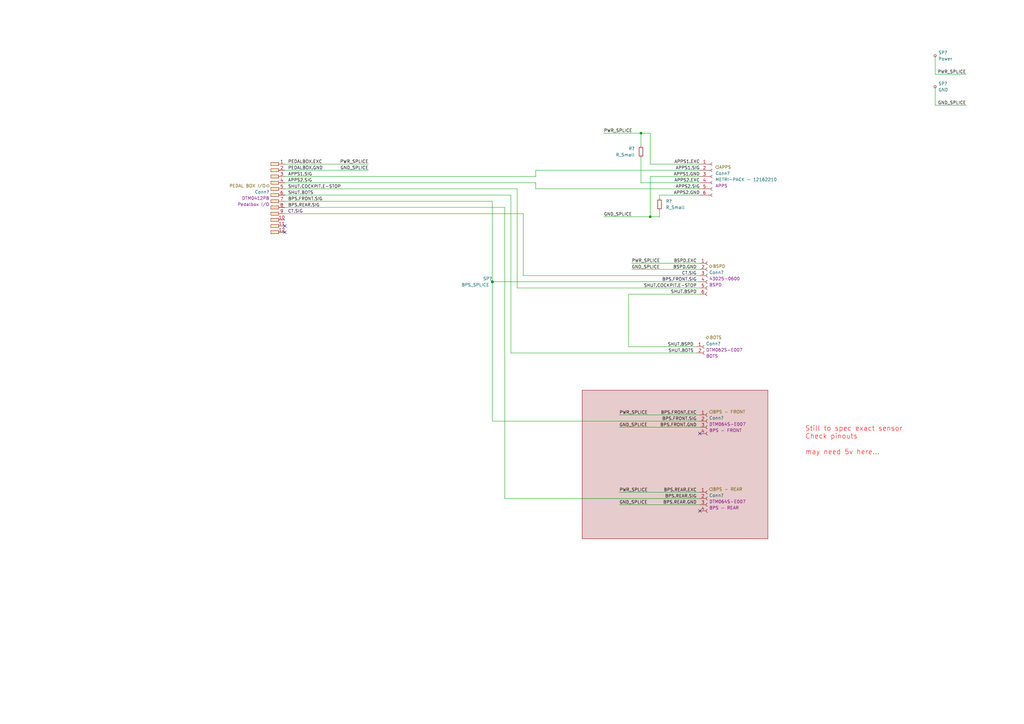
<source format=kicad_sch>
(kicad_sch
	(version 20231120)
	(generator "eeschema")
	(generator_version "8.0")
	(uuid "ad0a53ab-4232-490e-a8a7-aeb67cec1c32")
	(paper "A3")
	(title_block
		(title "LOOM - PEDAL BOX")
	)
	(lib_symbols
		(symbol "Connector:Conn_01x06_Socket"
			(pin_names
				(offset 1.016) hide)
			(exclude_from_sim no)
			(in_bom yes)
			(on_board yes)
			(property "Reference" "J"
				(at 0 7.62 0)
				(effects
					(font
						(size 1.27 1.27)
					)
				)
			)
			(property "Value" "Conn_01x06_Socket"
				(at 0 -10.16 0)
				(effects
					(font
						(size 1.27 1.27)
					)
				)
			)
			(property "Footprint" ""
				(at 0 0 0)
				(effects
					(font
						(size 1.27 1.27)
					)
					(hide yes)
				)
			)
			(property "Datasheet" "~"
				(at 0 0 0)
				(effects
					(font
						(size 1.27 1.27)
					)
					(hide yes)
				)
			)
			(property "Description" "Generic connector, single row, 01x06, script generated"
				(at 0 0 0)
				(effects
					(font
						(size 1.27 1.27)
					)
					(hide yes)
				)
			)
			(property "ki_locked" ""
				(at 0 0 0)
				(effects
					(font
						(size 1.27 1.27)
					)
				)
			)
			(property "ki_keywords" "connector"
				(at 0 0 0)
				(effects
					(font
						(size 1.27 1.27)
					)
					(hide yes)
				)
			)
			(property "ki_fp_filters" "Connector*:*_1x??_*"
				(at 0 0 0)
				(effects
					(font
						(size 1.27 1.27)
					)
					(hide yes)
				)
			)
			(symbol "Conn_01x06_Socket_1_1"
				(arc
					(start 0 -7.112)
					(mid -0.5058 -7.62)
					(end 0 -8.128)
					(stroke
						(width 0.1524)
						(type default)
					)
					(fill
						(type none)
					)
				)
				(arc
					(start 0 -4.572)
					(mid -0.5058 -5.08)
					(end 0 -5.588)
					(stroke
						(width 0.1524)
						(type default)
					)
					(fill
						(type none)
					)
				)
				(arc
					(start 0 -2.032)
					(mid -0.5058 -2.54)
					(end 0 -3.048)
					(stroke
						(width 0.1524)
						(type default)
					)
					(fill
						(type none)
					)
				)
				(polyline
					(pts
						(xy -1.27 -7.62) (xy -0.508 -7.62)
					)
					(stroke
						(width 0.1524)
						(type default)
					)
					(fill
						(type none)
					)
				)
				(polyline
					(pts
						(xy -1.27 -5.08) (xy -0.508 -5.08)
					)
					(stroke
						(width 0.1524)
						(type default)
					)
					(fill
						(type none)
					)
				)
				(polyline
					(pts
						(xy -1.27 -2.54) (xy -0.508 -2.54)
					)
					(stroke
						(width 0.1524)
						(type default)
					)
					(fill
						(type none)
					)
				)
				(polyline
					(pts
						(xy -1.27 0) (xy -0.508 0)
					)
					(stroke
						(width 0.1524)
						(type default)
					)
					(fill
						(type none)
					)
				)
				(polyline
					(pts
						(xy -1.27 2.54) (xy -0.508 2.54)
					)
					(stroke
						(width 0.1524)
						(type default)
					)
					(fill
						(type none)
					)
				)
				(polyline
					(pts
						(xy -1.27 5.08) (xy -0.508 5.08)
					)
					(stroke
						(width 0.1524)
						(type default)
					)
					(fill
						(type none)
					)
				)
				(arc
					(start 0 0.508)
					(mid -0.5058 0)
					(end 0 -0.508)
					(stroke
						(width 0.1524)
						(type default)
					)
					(fill
						(type none)
					)
				)
				(arc
					(start 0 3.048)
					(mid -0.5058 2.54)
					(end 0 2.032)
					(stroke
						(width 0.1524)
						(type default)
					)
					(fill
						(type none)
					)
				)
				(arc
					(start 0 5.588)
					(mid -0.5058 5.08)
					(end 0 4.572)
					(stroke
						(width 0.1524)
						(type default)
					)
					(fill
						(type none)
					)
				)
				(pin passive line
					(at -5.08 5.08 0)
					(length 3.81)
					(name "Pin_1"
						(effects
							(font
								(size 1.27 1.27)
							)
						)
					)
					(number "1"
						(effects
							(font
								(size 1.27 1.27)
							)
						)
					)
				)
				(pin passive line
					(at -5.08 2.54 0)
					(length 3.81)
					(name "Pin_2"
						(effects
							(font
								(size 1.27 1.27)
							)
						)
					)
					(number "2"
						(effects
							(font
								(size 1.27 1.27)
							)
						)
					)
				)
				(pin passive line
					(at -5.08 0 0)
					(length 3.81)
					(name "Pin_3"
						(effects
							(font
								(size 1.27 1.27)
							)
						)
					)
					(number "3"
						(effects
							(font
								(size 1.27 1.27)
							)
						)
					)
				)
				(pin passive line
					(at -5.08 -2.54 0)
					(length 3.81)
					(name "Pin_4"
						(effects
							(font
								(size 1.27 1.27)
							)
						)
					)
					(number "4"
						(effects
							(font
								(size 1.27 1.27)
							)
						)
					)
				)
				(pin passive line
					(at -5.08 -5.08 0)
					(length 3.81)
					(name "Pin_5"
						(effects
							(font
								(size 1.27 1.27)
							)
						)
					)
					(number "5"
						(effects
							(font
								(size 1.27 1.27)
							)
						)
					)
				)
				(pin passive line
					(at -5.08 -7.62 0)
					(length 3.81)
					(name "Pin_6"
						(effects
							(font
								(size 1.27 1.27)
							)
						)
					)
					(number "6"
						(effects
							(font
								(size 1.27 1.27)
							)
						)
					)
				)
			)
		)
		(symbol "Connector:TestPoint_Small"
			(pin_numbers hide)
			(pin_names
				(offset 0.762) hide)
			(exclude_from_sim no)
			(in_bom yes)
			(on_board yes)
			(property "Reference" "TP"
				(at 0 3.81 0)
				(effects
					(font
						(size 1.27 1.27)
					)
				)
			)
			(property "Value" "TestPoint_Small"
				(at 0 2.032 0)
				(effects
					(font
						(size 1.27 1.27)
					)
				)
			)
			(property "Footprint" ""
				(at 5.08 0 0)
				(effects
					(font
						(size 1.27 1.27)
					)
					(hide yes)
				)
			)
			(property "Datasheet" "~"
				(at 5.08 0 0)
				(effects
					(font
						(size 1.27 1.27)
					)
					(hide yes)
				)
			)
			(property "Description" "test point"
				(at 0 0 0)
				(effects
					(font
						(size 1.27 1.27)
					)
					(hide yes)
				)
			)
			(property "ki_keywords" "test point tp"
				(at 0 0 0)
				(effects
					(font
						(size 1.27 1.27)
					)
					(hide yes)
				)
			)
			(property "ki_fp_filters" "Pin* Test*"
				(at 0 0 0)
				(effects
					(font
						(size 1.27 1.27)
					)
					(hide yes)
				)
			)
			(symbol "TestPoint_Small_0_1"
				(circle
					(center 0 0)
					(radius 0.508)
					(stroke
						(width 0)
						(type default)
					)
					(fill
						(type none)
					)
				)
			)
			(symbol "TestPoint_Small_1_1"
				(pin passive line
					(at 0 0 90)
					(length 0)
					(name "1"
						(effects
							(font
								(size 1.27 1.27)
							)
						)
					)
					(number "1"
						(effects
							(font
								(size 1.27 1.27)
							)
						)
					)
				)
			)
		)
		(symbol "Connectors_SUFST:Deutsch_DTM_12P_Pin"
			(exclude_from_sim no)
			(in_bom yes)
			(on_board yes)
			(property "Reference" "Conn"
				(at 0 -1.905 0)
				(effects
					(font
						(size 1.27 1.27)
					)
				)
			)
			(property "Value" "Deutsch_DTM_12P_Pin"
				(at 0 0 0)
				(effects
					(font
						(size 1.27 1.27)
					)
					(hide yes)
				)
			)
			(property "Footprint" ""
				(at 0 0 0)
				(effects
					(font
						(size 1.27 1.27)
					)
					(hide yes)
				)
			)
			(property "Datasheet" ""
				(at 0 0 0)
				(effects
					(font
						(size 1.27 1.27)
					)
					(hide yes)
				)
			)
			(property "Description" ""
				(at 0 0 0)
				(effects
					(font
						(size 1.27 1.27)
					)
					(hide yes)
				)
			)
			(property "P/N" "DTM0412PB"
				(at 0 0 0)
				(effects
					(font
						(size 1.27 1.27)
					)
				)
			)
			(symbol "Deutsch_DTM_12P_Pin_0_1"
				(polyline
					(pts
						(xy -0.635 -29.845) (xy 1.905 -29.845)
					)
					(stroke
						(width 0)
						(type default)
					)
					(fill
						(type none)
					)
				)
				(polyline
					(pts
						(xy -0.635 -24.765) (xy 1.905 -24.765)
					)
					(stroke
						(width 0)
						(type default)
					)
					(fill
						(type none)
					)
				)
				(polyline
					(pts
						(xy -0.635 -19.685) (xy 1.905 -19.685)
					)
					(stroke
						(width 0)
						(type default)
					)
					(fill
						(type none)
					)
				)
				(polyline
					(pts
						(xy -0.635 -14.605) (xy 1.905 -14.605)
					)
					(stroke
						(width 0)
						(type default)
					)
					(fill
						(type none)
					)
				)
				(polyline
					(pts
						(xy -0.635 -9.525) (xy 1.905 -9.525)
					)
					(stroke
						(width 0)
						(type default)
					)
					(fill
						(type none)
					)
				)
				(polyline
					(pts
						(xy -0.635 -4.445) (xy 1.905 -4.445)
					)
					(stroke
						(width 0)
						(type default)
					)
					(fill
						(type none)
					)
				)
			)
			(symbol "Deutsch_DTM_12P_Pin_1_1"
				(rectangle
					(start -3.81 -31.75)
					(end -0.635 -33.02)
					(stroke
						(width 0)
						(type default)
					)
					(fill
						(type color)
						(color 255 229 191 1)
					)
				)
				(rectangle
					(start -3.81 -29.21)
					(end -0.635 -30.48)
					(stroke
						(width 0)
						(type default)
					)
					(fill
						(type color)
						(color 255 229 191 1)
					)
				)
				(rectangle
					(start -3.81 -26.67)
					(end -0.635 -27.94)
					(stroke
						(width 0)
						(type default)
					)
					(fill
						(type color)
						(color 255 229 191 1)
					)
				)
				(rectangle
					(start -3.81 -24.13)
					(end -0.635 -25.4)
					(stroke
						(width 0)
						(type default)
					)
					(fill
						(type color)
						(color 255 229 191 1)
					)
				)
				(rectangle
					(start -3.81 -21.59)
					(end -0.635 -22.86)
					(stroke
						(width 0)
						(type default)
					)
					(fill
						(type color)
						(color 255 229 191 1)
					)
				)
				(rectangle
					(start -3.81 -19.05)
					(end -0.635 -20.32)
					(stroke
						(width 0)
						(type default)
					)
					(fill
						(type color)
						(color 255 229 191 1)
					)
				)
				(rectangle
					(start -3.81 -16.51)
					(end -0.635 -17.78)
					(stroke
						(width 0)
						(type default)
					)
					(fill
						(type color)
						(color 255 229 191 1)
					)
				)
				(rectangle
					(start -3.81 -13.97)
					(end -0.635 -15.24)
					(stroke
						(width 0)
						(type default)
					)
					(fill
						(type color)
						(color 255 229 191 1)
					)
				)
				(rectangle
					(start -3.81 -11.43)
					(end -0.635 -12.7)
					(stroke
						(width 0)
						(type default)
					)
					(fill
						(type color)
						(color 255 229 191 1)
					)
				)
				(rectangle
					(start -3.81 -8.89)
					(end -0.635 -10.16)
					(stroke
						(width 0)
						(type default)
					)
					(fill
						(type color)
						(color 255 229 191 1)
					)
				)
				(rectangle
					(start -3.81 -6.35)
					(end -0.635 -7.62)
					(stroke
						(width 0)
						(type default)
					)
					(fill
						(type color)
						(color 255 229 191 1)
					)
				)
				(rectangle
					(start -3.81 -3.81)
					(end -0.635 -5.08)
					(stroke
						(width 0)
						(type default)
					)
					(fill
						(type color)
						(color 255 229 191 1)
					)
				)
				(pin input line
					(at 1.905 -32.385 180)
					(length 2.54)
					(name ""
						(effects
							(font
								(size 1.27 1.27)
							)
						)
					)
					(number "1"
						(effects
							(font
								(size 1.27 1.27)
							)
						)
					)
				)
				(pin input line
					(at 1.905 -9.525 180)
					(length 2.54)
					(name ""
						(effects
							(font
								(size 1.27 1.27)
							)
						)
					)
					(number "10"
						(effects
							(font
								(size 1.27 1.27)
							)
						)
					)
				)
				(pin input line
					(at 1.905 -6.985 180)
					(length 2.54)
					(name ""
						(effects
							(font
								(size 1.27 1.27)
							)
						)
					)
					(number "11"
						(effects
							(font
								(size 1.27 1.27)
							)
						)
					)
				)
				(pin input line
					(at 1.905 -4.445 180)
					(length 2.54)
					(name ""
						(effects
							(font
								(size 1.27 1.27)
							)
						)
					)
					(number "12"
						(effects
							(font
								(size 1.27 1.27)
							)
						)
					)
				)
				(pin input line
					(at 1.905 -29.845 180)
					(length 2.54)
					(name ""
						(effects
							(font
								(size 1.27 1.27)
							)
						)
					)
					(number "2"
						(effects
							(font
								(size 1.27 1.27)
							)
						)
					)
				)
				(pin input line
					(at 1.905 -27.305 180)
					(length 2.54)
					(name ""
						(effects
							(font
								(size 1.27 1.27)
							)
						)
					)
					(number "3"
						(effects
							(font
								(size 1.27 1.27)
							)
						)
					)
				)
				(pin input line
					(at 1.905 -24.765 180)
					(length 2.54)
					(name ""
						(effects
							(font
								(size 1.27 1.27)
							)
						)
					)
					(number "4"
						(effects
							(font
								(size 1.27 1.27)
							)
						)
					)
				)
				(pin input line
					(at 1.905 -22.225 180)
					(length 2.54)
					(name ""
						(effects
							(font
								(size 1.27 1.27)
							)
						)
					)
					(number "5"
						(effects
							(font
								(size 1.27 1.27)
							)
						)
					)
				)
				(pin input line
					(at 1.905 -19.685 180)
					(length 2.54)
					(name ""
						(effects
							(font
								(size 1.27 1.27)
							)
						)
					)
					(number "6"
						(effects
							(font
								(size 1.27 1.27)
							)
						)
					)
				)
				(pin input line
					(at 1.905 -17.145 180)
					(length 2.54)
					(name ""
						(effects
							(font
								(size 1.27 1.27)
							)
						)
					)
					(number "7"
						(effects
							(font
								(size 1.27 1.27)
							)
						)
					)
				)
				(pin input line
					(at 1.905 -14.605 180)
					(length 2.54)
					(name ""
						(effects
							(font
								(size 1.27 1.27)
							)
						)
					)
					(number "8"
						(effects
							(font
								(size 1.27 1.27)
							)
						)
					)
				)
				(pin input line
					(at 1.905 -12.065 180)
					(length 2.54)
					(name ""
						(effects
							(font
								(size 1.27 1.27)
							)
						)
					)
					(number "9"
						(effects
							(font
								(size 1.27 1.27)
							)
						)
					)
				)
			)
		)
		(symbol "Connectors_SUFST:Deutsch_DTM_2S_Pin"
			(exclude_from_sim no)
			(in_bom yes)
			(on_board yes)
			(property "Reference" "Conn"
				(at 0 0.635 0)
				(effects
					(font
						(size 1.27 1.27)
					)
				)
			)
			(property "Value" "Deutsch_DTM_2S_Pin"
				(at 0 2.54 0)
				(effects
					(font
						(size 1.27 1.27)
					)
					(hide yes)
				)
			)
			(property "Footprint" ""
				(at 0 0 0)
				(effects
					(font
						(size 1.27 1.27)
					)
					(hide yes)
				)
			)
			(property "Datasheet" ""
				(at 0 0 0)
				(effects
					(font
						(size 1.27 1.27)
					)
					(hide yes)
				)
			)
			(property "Description" ""
				(at 0 0 0)
				(effects
					(font
						(size 1.27 1.27)
					)
					(hide yes)
				)
			)
			(property "P/N" "DTM062S-E007"
				(at 0 0 0)
				(effects
					(font
						(size 1.27 1.27)
					)
				)
			)
			(symbol "Deutsch_DTM_2S_Pin_0_1"
				(arc
					(start -2.5368 -2.5407)
					(mid -1.9833 -1.9063)
					(end -2.5355 -1.2707)
					(stroke
						(width 0)
						(type default)
					)
					(fill
						(type none)
					)
				)
				(arc
					(start -2.4524 -5.0801)
					(mid -1.8989 -4.4457)
					(end -2.4511 -3.8101)
					(stroke
						(width 0)
						(type default)
					)
					(fill
						(type none)
					)
				)
			)
			(symbol "Deutsch_DTM_2S_Pin_1_1"
				(pin input line
					(at 0.635 -4.445 180)
					(length 2.54)
					(name ""
						(effects
							(font
								(size 1.27 1.27)
							)
						)
					)
					(number "1"
						(effects
							(font
								(size 1.27 1.27)
							)
						)
					)
				)
				(pin input line
					(at 0.635 -1.905 180)
					(length 2.54)
					(name ""
						(effects
							(font
								(size 1.27 1.27)
							)
						)
					)
					(number "2"
						(effects
							(font
								(size 1.27 1.27)
							)
						)
					)
				)
			)
		)
		(symbol "Connectors_SUFST:Deutsch_DTM_4S_Pin"
			(exclude_from_sim no)
			(in_bom yes)
			(on_board yes)
			(property "Reference" "Conn"
				(at 0 0.635 0)
				(effects
					(font
						(size 1.27 1.27)
					)
				)
			)
			(property "Value" "Deutsch_DTM_4S_Pin"
				(at 0 2.54 0)
				(effects
					(font
						(size 1.27 1.27)
					)
					(hide yes)
				)
			)
			(property "Footprint" ""
				(at 0 0.635 0)
				(effects
					(font
						(size 1.27 1.27)
					)
					(hide yes)
				)
			)
			(property "Datasheet" ""
				(at 0 0.635 0)
				(effects
					(font
						(size 1.27 1.27)
					)
					(hide yes)
				)
			)
			(property "Description" ""
				(at 0 0 0)
				(effects
					(font
						(size 1.27 1.27)
					)
					(hide yes)
				)
			)
			(property "P/N" "DTM064S-E007"
				(at 0 0 0)
				(effects
					(font
						(size 1.27 1.27)
					)
				)
			)
			(symbol "Deutsch_DTM_4S_Pin_0_1"
				(arc
					(start -2.5368 -7.6207)
					(mid -1.9833 -6.9863)
					(end -2.5355 -6.3507)
					(stroke
						(width 0)
						(type default)
					)
					(fill
						(type none)
					)
				)
				(arc
					(start -2.5368 -2.5407)
					(mid -1.9833 -1.9063)
					(end -2.5355 -1.2707)
					(stroke
						(width 0)
						(type default)
					)
					(fill
						(type none)
					)
				)
				(arc
					(start -2.4524 -10.1601)
					(mid -1.8989 -9.5257)
					(end -2.4511 -8.8901)
					(stroke
						(width 0)
						(type default)
					)
					(fill
						(type none)
					)
				)
				(arc
					(start -2.4524 -5.0801)
					(mid -1.8989 -4.4457)
					(end -2.4511 -3.8101)
					(stroke
						(width 0)
						(type default)
					)
					(fill
						(type none)
					)
				)
			)
			(symbol "Deutsch_DTM_4S_Pin_1_1"
				(pin input line
					(at 0.635 -9.525 180)
					(length 2.54)
					(name ""
						(effects
							(font
								(size 1.27 1.27)
							)
						)
					)
					(number "1"
						(effects
							(font
								(size 1.27 1.27)
							)
						)
					)
				)
				(pin input line
					(at 0.635 -6.985 180)
					(length 2.54)
					(name ""
						(effects
							(font
								(size 1.27 1.27)
							)
						)
					)
					(number "2"
						(effects
							(font
								(size 1.27 1.27)
							)
						)
					)
				)
				(pin input line
					(at 0.635 -4.445 180)
					(length 2.54)
					(name ""
						(effects
							(font
								(size 1.27 1.27)
							)
						)
					)
					(number "3"
						(effects
							(font
								(size 1.27 1.27)
							)
						)
					)
				)
				(pin input line
					(at 0.635 -1.905 180)
					(length 2.54)
					(name ""
						(effects
							(font
								(size 1.27 1.27)
							)
						)
					)
					(number "4"
						(effects
							(font
								(size 1.27 1.27)
							)
						)
					)
				)
			)
		)
		(symbol "Connectors_SUFST:Molex_3x2S_Recepticle"
			(exclude_from_sim no)
			(in_bom yes)
			(on_board yes)
			(property "Reference" "Conn"
				(at 0 0.635 0)
				(effects
					(font
						(size 1.27 1.27)
					)
				)
			)
			(property "Value" "Molex_3x2S_Recepticle"
				(at 0 2.54 0)
				(effects
					(font
						(size 1.27 1.27)
					)
					(hide yes)
				)
			)
			(property "Footprint" ""
				(at 0 0.635 0)
				(effects
					(font
						(size 1.27 1.27)
					)
					(hide yes)
				)
			)
			(property "Datasheet" ""
				(at 0 0.635 0)
				(effects
					(font
						(size 1.27 1.27)
					)
					(hide yes)
				)
			)
			(property "Description" ""
				(at 0 0 0)
				(effects
					(font
						(size 1.27 1.27)
					)
					(hide yes)
				)
			)
			(property "P/N" "43025-0600"
				(at 0 4.445 0)
				(effects
					(font
						(size 1.27 1.27)
					)
					(hide yes)
				)
			)
			(property "Name" ""
				(at 0 0 0)
				(effects
					(font
						(size 1.27 1.27)
					)
				)
			)
			(symbol "Molex_3x2S_Recepticle_0_1"
				(arc
					(start -2.5368 -7.6207)
					(mid -1.9833 -6.9863)
					(end -2.5355 -6.3507)
					(stroke
						(width 0)
						(type default)
					)
					(fill
						(type none)
					)
				)
				(arc
					(start -2.5368 -2.5407)
					(mid -1.9833 -1.9063)
					(end -2.5355 -1.2707)
					(stroke
						(width 0)
						(type default)
					)
					(fill
						(type none)
					)
				)
				(arc
					(start -2.4524 -12.7001)
					(mid -1.8989 -12.0657)
					(end -2.4511 -11.4301)
					(stroke
						(width 0)
						(type default)
					)
					(fill
						(type none)
					)
				)
				(arc
					(start -2.4524 -10.1601)
					(mid -1.8989 -9.5257)
					(end -2.4511 -8.8901)
					(stroke
						(width 0)
						(type default)
					)
					(fill
						(type none)
					)
				)
				(arc
					(start -2.4524 -5.0801)
					(mid -1.8989 -4.4457)
					(end -2.4511 -3.8101)
					(stroke
						(width 0)
						(type default)
					)
					(fill
						(type none)
					)
				)
				(arc
					(start -2.368 -15.2395)
					(mid -1.8145 -14.6051)
					(end -2.3667 -13.9695)
					(stroke
						(width 0)
						(type default)
					)
					(fill
						(type none)
					)
				)
			)
			(symbol "Molex_3x2S_Recepticle_1_1"
				(pin input line
					(at 0.635 -1.905 180)
					(length 2.54)
					(name ""
						(effects
							(font
								(size 1.27 1.27)
							)
						)
					)
					(number "1"
						(effects
							(font
								(size 1.27 1.27)
							)
						)
					)
				)
				(pin input line
					(at 0.635 -4.445 180)
					(length 2.54)
					(name ""
						(effects
							(font
								(size 1.27 1.27)
							)
						)
					)
					(number "2"
						(effects
							(font
								(size 1.27 1.27)
							)
						)
					)
				)
				(pin input line
					(at 0.635 -6.985 180)
					(length 2.54)
					(name ""
						(effects
							(font
								(size 1.27 1.27)
							)
						)
					)
					(number "3"
						(effects
							(font
								(size 1.27 1.27)
							)
						)
					)
				)
				(pin input line
					(at 0.635 -9.525 180)
					(length 2.54)
					(name ""
						(effects
							(font
								(size 1.27 1.27)
							)
						)
					)
					(number "4"
						(effects
							(font
								(size 1.27 1.27)
							)
						)
					)
				)
				(pin input line
					(at 0.635 -12.065 180)
					(length 2.54)
					(name ""
						(effects
							(font
								(size 1.27 1.27)
							)
						)
					)
					(number "5"
						(effects
							(font
								(size 1.27 1.27)
							)
						)
					)
				)
				(pin input line
					(at 0.635 -14.605 180)
					(length 2.54)
					(name ""
						(effects
							(font
								(size 1.27 1.27)
							)
						)
					)
					(number "6"
						(effects
							(font
								(size 1.27 1.27)
							)
						)
					)
				)
			)
		)
		(symbol "Device:R_Small"
			(pin_numbers hide)
			(pin_names
				(offset 0.254) hide)
			(exclude_from_sim no)
			(in_bom yes)
			(on_board yes)
			(property "Reference" "R"
				(at 0.762 0.508 0)
				(effects
					(font
						(size 1.27 1.27)
					)
					(justify left)
				)
			)
			(property "Value" "R_Small"
				(at 0.762 -1.016 0)
				(effects
					(font
						(size 1.27 1.27)
					)
					(justify left)
				)
			)
			(property "Footprint" ""
				(at 0 0 0)
				(effects
					(font
						(size 1.27 1.27)
					)
					(hide yes)
				)
			)
			(property "Datasheet" "~"
				(at 0 0 0)
				(effects
					(font
						(size 1.27 1.27)
					)
					(hide yes)
				)
			)
			(property "Description" "Resistor, small symbol"
				(at 0 0 0)
				(effects
					(font
						(size 1.27 1.27)
					)
					(hide yes)
				)
			)
			(property "ki_keywords" "R resistor"
				(at 0 0 0)
				(effects
					(font
						(size 1.27 1.27)
					)
					(hide yes)
				)
			)
			(property "ki_fp_filters" "R_*"
				(at 0 0 0)
				(effects
					(font
						(size 1.27 1.27)
					)
					(hide yes)
				)
			)
			(symbol "R_Small_0_1"
				(rectangle
					(start -0.762 1.778)
					(end 0.762 -1.778)
					(stroke
						(width 0.2032)
						(type default)
					)
					(fill
						(type none)
					)
				)
			)
			(symbol "R_Small_1_1"
				(pin passive line
					(at 0 2.54 270)
					(length 0.762)
					(name "~"
						(effects
							(font
								(size 1.27 1.27)
							)
						)
					)
					(number "1"
						(effects
							(font
								(size 1.27 1.27)
							)
						)
					)
				)
				(pin passive line
					(at 0 -2.54 90)
					(length 0.762)
					(name "~"
						(effects
							(font
								(size 1.27 1.27)
							)
						)
					)
					(number "2"
						(effects
							(font
								(size 1.27 1.27)
							)
						)
					)
				)
			)
		)
	)
	(junction
		(at 201.93 115.57)
		(diameter 0)
		(color 0 0 0 0)
		(uuid "6baebd1e-e48b-4109-8775-883341f5f14f")
	)
	(junction
		(at 266.7 88.9)
		(diameter 0)
		(color 0 0 0 0)
		(uuid "6db3f1e1-e236-4ebf-b4b9-0ab186983254")
	)
	(junction
		(at 262.89 54.61)
		(diameter 0)
		(color 0 0 0 0)
		(uuid "ac7d198c-7619-4f42-a812-8f9862e7edd2")
	)
	(no_connect
		(at 116.84 95.25)
		(uuid "0c11e4ff-9b71-4fec-a46c-13c0781a65c3")
	)
	(no_connect
		(at 116.84 92.71)
		(uuid "644eabdc-05fa-4c05-a11d-71c2719ef4b8")
	)
	(no_connect
		(at 287.02 177.8)
		(uuid "be21896c-8ea5-4257-98e0-2359ba8b3477")
	)
	(no_connect
		(at 287.02 209.55)
		(uuid "d76bc6c5-7bba-4638-8d8a-40b17363aad2")
	)
	(wire
		(pts
			(xy 201.93 115.57) (xy 287.02 115.57)
		)
		(stroke
			(width 0)
			(type default)
		)
		(uuid "0aa8eeb6-be7d-437c-b431-b4bb81a4fcc4")
	)
	(wire
		(pts
			(xy 383.54 30.48) (xy 383.54 22.86)
		)
		(stroke
			(width 0)
			(type default)
		)
		(uuid "0cfded9a-8c1d-4419-be2e-2e357e733af4")
	)
	(wire
		(pts
			(xy 214.63 113.03) (xy 287.02 113.03)
		)
		(stroke
			(width 0)
			(type default)
		)
		(uuid "0db16dc5-fb5f-4921-acf1-4d96a9ede05c")
	)
	(wire
		(pts
			(xy 266.7 54.61) (xy 262.89 54.61)
		)
		(stroke
			(width 0)
			(type default)
		)
		(uuid "0e60feb7-82c3-4ed6-a07e-a15643836306")
	)
	(wire
		(pts
			(xy 214.63 87.63) (xy 214.63 113.03)
		)
		(stroke
			(width 0)
			(type default)
		)
		(uuid "119f67d8-12f9-4a76-b031-5040585a5c95")
	)
	(wire
		(pts
			(xy 247.65 88.9) (xy 266.7 88.9)
		)
		(stroke
			(width 0)
			(type default)
		)
		(uuid "1a66858a-98ce-462a-91d4-976f9899f56d")
	)
	(wire
		(pts
			(xy 212.09 77.47) (xy 212.09 118.11)
		)
		(stroke
			(width 0)
			(type default)
		)
		(uuid "1bf965ab-f3a8-4781-a766-6789d4d8ee02")
	)
	(wire
		(pts
			(xy 266.7 88.9) (xy 270.51 88.9)
		)
		(stroke
			(width 0)
			(type default)
		)
		(uuid "1f559daf-8cf1-49ee-9519-1ad63739339c")
	)
	(wire
		(pts
			(xy 262.89 54.61) (xy 262.89 59.69)
		)
		(stroke
			(width 0)
			(type default)
		)
		(uuid "24edaf1e-86a3-4cfb-a56f-ab8d321e1d80")
	)
	(wire
		(pts
			(xy 383.54 43.18) (xy 396.24 43.18)
		)
		(stroke
			(width 0)
			(type default)
		)
		(uuid "24f6b37f-906d-4f32-8605-3789fa366599")
	)
	(wire
		(pts
			(xy 383.54 30.48) (xy 396.24 30.48)
		)
		(stroke
			(width 0)
			(type default)
		)
		(uuid "267e9f60-86fa-45de-b3fa-7b717068445a")
	)
	(wire
		(pts
			(xy 254 175.26) (xy 287.02 175.26)
		)
		(stroke
			(width 0)
			(type default)
		)
		(uuid "297ed719-9855-4164-a8b7-322e96f2b0db")
	)
	(wire
		(pts
			(xy 201.93 115.57) (xy 201.93 172.72)
		)
		(stroke
			(width 0)
			(type default)
		)
		(uuid "29e8d78a-4e9b-43cf-ad46-67e6d4d58a71")
	)
	(wire
		(pts
			(xy 207.01 85.09) (xy 116.84 85.09)
		)
		(stroke
			(width 0)
			(type default)
		)
		(uuid "2b440a46-9428-45cb-a667-b9b450eb5fc5")
	)
	(wire
		(pts
			(xy 219.71 69.85) (xy 287.02 69.85)
		)
		(stroke
			(width 0)
			(type default)
		)
		(uuid "33b3e589-3146-4911-8448-6a97cd3c2492")
	)
	(wire
		(pts
			(xy 212.09 118.11) (xy 287.02 118.11)
		)
		(stroke
			(width 0)
			(type default)
		)
		(uuid "4366d640-0aae-450a-8851-de41434cc70b")
	)
	(wire
		(pts
			(xy 209.55 144.78) (xy 209.55 80.01)
		)
		(stroke
			(width 0)
			(type default)
		)
		(uuid "48f884e5-6bfb-411f-9194-89b883907793")
	)
	(wire
		(pts
			(xy 266.7 72.39) (xy 266.7 88.9)
		)
		(stroke
			(width 0)
			(type default)
		)
		(uuid "49adb9cd-b8ac-4939-9eb3-06c77a06617b")
	)
	(wire
		(pts
			(xy 257.81 142.24) (xy 285.75 142.24)
		)
		(stroke
			(width 0)
			(type default)
		)
		(uuid "5199e632-cf4b-41b0-b17a-a034eb9d0721")
	)
	(wire
		(pts
			(xy 116.84 74.93) (xy 219.71 74.93)
		)
		(stroke
			(width 0)
			(type default)
		)
		(uuid "52048b2a-afa0-4edd-bbe0-52c2a5cd6746")
	)
	(wire
		(pts
			(xy 116.84 87.63) (xy 214.63 87.63)
		)
		(stroke
			(width 0)
			(type default)
		)
		(uuid "56d29890-10d7-4893-8353-2435077833c7")
	)
	(wire
		(pts
			(xy 116.84 72.39) (xy 219.71 72.39)
		)
		(stroke
			(width 0)
			(type default)
		)
		(uuid "64df7630-4e6e-443a-922c-1bf0c4b8a9a7")
	)
	(wire
		(pts
			(xy 254 207.01) (xy 287.02 207.01)
		)
		(stroke
			(width 0)
			(type default)
		)
		(uuid "68ed7c6e-dc49-4b9a-8a4f-ba38cc8f0a0c")
	)
	(wire
		(pts
			(xy 257.81 120.65) (xy 257.81 142.24)
		)
		(stroke
			(width 0)
			(type default)
		)
		(uuid "6b967193-0d16-4b0b-926f-415262df0394")
	)
	(wire
		(pts
			(xy 254 201.93) (xy 287.02 201.93)
		)
		(stroke
			(width 0)
			(type default)
		)
		(uuid "6e30712a-9dd5-447d-b762-c514c0dd1daa")
	)
	(wire
		(pts
			(xy 383.54 35.56) (xy 383.54 43.18)
		)
		(stroke
			(width 0)
			(type default)
		)
		(uuid "6e728c00-24e4-4c11-b84d-a68889d20f91")
	)
	(wire
		(pts
			(xy 219.71 77.47) (xy 219.71 74.93)
		)
		(stroke
			(width 0)
			(type default)
		)
		(uuid "74183a85-5400-40ed-bf0c-3b8e08795d87")
	)
	(wire
		(pts
			(xy 285.75 144.78) (xy 209.55 144.78)
		)
		(stroke
			(width 0)
			(type default)
		)
		(uuid "74e81e22-c748-41a6-9eb3-4bc26f0aa346")
	)
	(wire
		(pts
			(xy 270.51 80.01) (xy 287.02 80.01)
		)
		(stroke
			(width 0)
			(type default)
		)
		(uuid "7bb1478f-6b0c-47d2-b76d-702867b7dcb5")
	)
	(wire
		(pts
			(xy 287.02 172.72) (xy 201.93 172.72)
		)
		(stroke
			(width 0)
			(type default)
		)
		(uuid "8515ec90-166a-4794-9af6-ced4cc7bd818")
	)
	(wire
		(pts
			(xy 259.08 110.49) (xy 287.02 110.49)
		)
		(stroke
			(width 0)
			(type default)
		)
		(uuid "87970e19-ec63-4cd9-86d5-57bb35a11578")
	)
	(wire
		(pts
			(xy 116.84 67.31) (xy 151.13 67.31)
		)
		(stroke
			(width 0)
			(type default)
		)
		(uuid "8b247665-3112-45f4-9e93-a477e7f1a03e")
	)
	(wire
		(pts
			(xy 287.02 120.65) (xy 257.81 120.65)
		)
		(stroke
			(width 0)
			(type default)
		)
		(uuid "8f6c2d30-1f41-498b-94d5-cd7dede8e7f6")
	)
	(wire
		(pts
			(xy 116.84 69.85) (xy 151.13 69.85)
		)
		(stroke
			(width 0)
			(type default)
		)
		(uuid "9830598a-1cab-4582-bd43-45d845e994c2")
	)
	(wire
		(pts
			(xy 116.84 77.47) (xy 212.09 77.47)
		)
		(stroke
			(width 0)
			(type default)
		)
		(uuid "9dceec11-2229-4a95-9948-7ee834493f33")
	)
	(wire
		(pts
			(xy 262.89 74.93) (xy 287.02 74.93)
		)
		(stroke
			(width 0)
			(type default)
		)
		(uuid "a36fadf5-0f85-4dbb-b70a-48f90f16bc0c")
	)
	(wire
		(pts
			(xy 270.51 86.36) (xy 270.51 88.9)
		)
		(stroke
			(width 0)
			(type default)
		)
		(uuid "b9bb8281-3847-4ae5-bba7-a8edc6213829")
	)
	(wire
		(pts
			(xy 270.51 80.01) (xy 270.51 81.28)
		)
		(stroke
			(width 0)
			(type default)
		)
		(uuid "bb3e2125-e70e-448e-8f3c-c0ecfb2cda06")
	)
	(wire
		(pts
			(xy 262.89 64.77) (xy 262.89 74.93)
		)
		(stroke
			(width 0)
			(type default)
		)
		(uuid "c1c005e8-7e99-4954-98b2-445e9be94dd2")
	)
	(wire
		(pts
			(xy 219.71 69.85) (xy 219.71 72.39)
		)
		(stroke
			(width 0)
			(type default)
		)
		(uuid "c5e615d1-a696-4738-9ce6-9fc46d6b6497")
	)
	(wire
		(pts
			(xy 287.02 67.31) (xy 266.7 67.31)
		)
		(stroke
			(width 0)
			(type default)
		)
		(uuid "c7d38b8a-5680-4a79-81e1-53785489e8bd")
	)
	(wire
		(pts
			(xy 254 170.18) (xy 287.02 170.18)
		)
		(stroke
			(width 0)
			(type default)
		)
		(uuid "caaedc8d-7eeb-469d-a8ed-6291449da874")
	)
	(wire
		(pts
			(xy 116.84 80.01) (xy 209.55 80.01)
		)
		(stroke
			(width 0)
			(type default)
		)
		(uuid "d2370704-5c0b-45eb-bb91-5df807035109")
	)
	(wire
		(pts
			(xy 219.71 77.47) (xy 287.02 77.47)
		)
		(stroke
			(width 0)
			(type default)
		)
		(uuid "d8532faf-0c2b-41d2-96bc-ea9bc019bc77")
	)
	(wire
		(pts
			(xy 262.89 54.61) (xy 247.65 54.61)
		)
		(stroke
			(width 0)
			(type default)
		)
		(uuid "e86e1ab8-3ba5-4d22-931b-e551c2647ff5")
	)
	(wire
		(pts
			(xy 201.93 82.55) (xy 201.93 115.57)
		)
		(stroke
			(width 0)
			(type default)
		)
		(uuid "ebdffd67-b923-4efb-b3ab-237223afd5f9")
	)
	(wire
		(pts
			(xy 266.7 67.31) (xy 266.7 54.61)
		)
		(stroke
			(width 0)
			(type default)
		)
		(uuid "ec5b58e9-cb19-4157-a5d7-a0f75b588a57")
	)
	(wire
		(pts
			(xy 266.7 72.39) (xy 287.02 72.39)
		)
		(stroke
			(width 0)
			(type default)
		)
		(uuid "ed7a1a4f-1ea7-454d-b112-d922937db43b")
	)
	(wire
		(pts
			(xy 207.01 85.09) (xy 207.01 204.47)
		)
		(stroke
			(width 0)
			(type default)
		)
		(uuid "f0dcf3c7-3d5d-49b7-88dc-809989639b59")
	)
	(wire
		(pts
			(xy 207.01 204.47) (xy 287.02 204.47)
		)
		(stroke
			(width 0)
			(type default)
		)
		(uuid "f3d58db8-2e9c-4125-a4de-20dd6c1ffec7")
	)
	(wire
		(pts
			(xy 259.08 107.95) (xy 287.02 107.95)
		)
		(stroke
			(width 0)
			(type default)
		)
		(uuid "f6cbcbd3-abd3-4c07-ac2c-26bb66288578")
	)
	(wire
		(pts
			(xy 116.84 82.55) (xy 201.93 82.55)
		)
		(stroke
			(width 0)
			(type default)
		)
		(uuid "f6d031f9-0bdc-4354-8981-bad081758f67")
	)
	(rectangle
		(start 238.76 160.02)
		(end 314.96 220.98)
		(stroke
			(width 0)
			(type default)
			(color 132 0 0 1)
		)
		(fill
			(type color)
			(color 132 0 0 0.2)
		)
		(uuid 1b480fa4-f596-4807-9592-158e09611eb1)
	)
	(text "Still to spec exact sensor\nCheck pinouts\n\nmay need 5v here..."
		(exclude_from_sim no)
		(at 330.2 186.69 0)
		(effects
			(font
				(size 2 2)
				(color 255 0 0 1)
			)
			(justify left bottom)
		)
		(uuid "edf68217-857f-44b3-9e75-90f44b9d67cd")
	)
	(label "GND_SPLICE"
		(at 247.65 88.9 0)
		(fields_autoplaced yes)
		(effects
			(font
				(size 1.27 1.27)
			)
			(justify left bottom)
		)
		(uuid "0562b41d-4018-4c39-b897-cfbd557cd552")
	)
	(label "CT.SIG"
		(at 285.75 113.03 180)
		(fields_autoplaced yes)
		(effects
			(font
				(size 1.27 1.27)
			)
			(justify right bottom)
		)
		(uuid "102c4ca0-4c1a-4d9d-beb4-b91f48cb3d0d")
	)
	(label "GND_SPLICE"
		(at 396.24 43.18 180)
		(fields_autoplaced yes)
		(effects
			(font
				(size 1.27 1.27)
			)
			(justify right bottom)
		)
		(uuid "13bb5642-a882-4400-9f5e-1c2e78c2817a")
	)
	(label "PWR_SPLICE"
		(at 396.24 30.48 180)
		(fields_autoplaced yes)
		(effects
			(font
				(size 1.27 1.27)
			)
			(justify right bottom)
		)
		(uuid "161bef79-4445-4ad3-882c-e353cdf7764c")
	)
	(label "BSPD.EXC"
		(at 285.75 107.95 180)
		(fields_autoplaced yes)
		(effects
			(font
				(size 1.27 1.27)
			)
			(justify right bottom)
		)
		(uuid "18124865-270f-48a6-9f56-31d921efb45b")
	)
	(label "SHUT.COCKPIT.E-STOP"
		(at 118.11 77.47 0)
		(fields_autoplaced yes)
		(effects
			(font
				(size 1.27 1.27)
			)
			(justify left bottom)
		)
		(uuid "185c9f82-b5e1-47c9-bcaf-5a839c22d032")
	)
	(label "APPS1.SIG"
		(at 118.11 72.39 0)
		(fields_autoplaced yes)
		(effects
			(font
				(size 1.27 1.27)
			)
			(justify left bottom)
		)
		(uuid "24be3ee1-6ae6-46a4-bd64-48b2abcffdc9")
	)
	(label "GND_SPLICE"
		(at 259.08 110.49 0)
		(fields_autoplaced yes)
		(effects
			(font
				(size 1.27 1.27)
			)
			(justify left bottom)
		)
		(uuid "34fea268-b633-4065-a6d5-4e92940b211d")
	)
	(label "SHUT.BOTS"
		(at 284.48 144.78 180)
		(fields_autoplaced yes)
		(effects
			(font
				(size 1.27 1.27)
			)
			(justify right bottom)
		)
		(uuid "3c3b478b-2393-4635-ac45-aeb08b229670")
	)
	(label "BPS.REAR.GND"
		(at 285.75 207.01 180)
		(fields_autoplaced yes)
		(effects
			(font
				(size 1.27 1.27)
			)
			(justify right bottom)
		)
		(uuid "3c6fc3dd-d0c7-45d4-aef6-76b9ee2ade5c")
	)
	(label "BPS.FRONT.GND"
		(at 285.75 175.26 180)
		(fields_autoplaced yes)
		(effects
			(font
				(size 1.27 1.27)
			)
			(justify right bottom)
		)
		(uuid "40f4abf6-e7a7-4af0-8cdf-6fd44b8acc74")
	)
	(label "BPS.FRONT.SIG"
		(at 285.75 115.57 180)
		(fields_autoplaced yes)
		(effects
			(font
				(size 1.27 1.27)
			)
			(justify right bottom)
		)
		(uuid "41044cac-a787-4161-9bf1-cc8b9e7cd28f")
	)
	(label "APPS2.EXC"
		(at 287.02 74.93 180)
		(fields_autoplaced yes)
		(effects
			(font
				(size 1.27 1.27)
			)
			(justify right bottom)
		)
		(uuid "45a6d7e1-72bb-4d59-90a7-98b45e48d075")
	)
	(label "BPS.REAR.SIG"
		(at 285.75 204.47 180)
		(fields_autoplaced yes)
		(effects
			(font
				(size 1.27 1.27)
			)
			(justify right bottom)
		)
		(uuid "5677bb3c-dedc-4c52-bb01-a11823e7d61e")
	)
	(label "BPS.FRONT.EXC"
		(at 285.75 170.18 180)
		(fields_autoplaced yes)
		(effects
			(font
				(size 1.27 1.27)
			)
			(justify right bottom)
		)
		(uuid "5717e76d-cef4-46ea-9078-72ae11074001")
	)
	(label "PEDALBOX.EXC"
		(at 118.11 67.31 0)
		(fields_autoplaced yes)
		(effects
			(font
				(size 1.27 1.27)
			)
			(justify left bottom)
		)
		(uuid "57358a92-3049-4bdc-9181-38158078280e")
	)
	(label "CT.SIG"
		(at 118.11 87.63 0)
		(fields_autoplaced yes)
		(effects
			(font
				(size 1.27 1.27)
			)
			(justify left bottom)
		)
		(uuid "5fe1d80a-06f0-4969-90b0-67b6ad93b676")
	)
	(label "PEDALBOX.GND"
		(at 118.11 69.85 0)
		(fields_autoplaced yes)
		(effects
			(font
				(size 1.27 1.27)
			)
			(justify left bottom)
		)
		(uuid "674d2745-0333-4b36-9d9c-37166b20fc7d")
	)
	(label "SHUT.COCKPIT.E-STOP"
		(at 285.75 118.11 180)
		(fields_autoplaced yes)
		(effects
			(font
				(size 1.27 1.27)
			)
			(justify right bottom)
		)
		(uuid "6ab3d6fb-bb04-49e3-8b6a-e9b9dd1fa0b4")
	)
	(label "BPS.FRONT.SIG"
		(at 118.11 82.55 0)
		(fields_autoplaced yes)
		(effects
			(font
				(size 1.27 1.27)
			)
			(justify left bottom)
		)
		(uuid "6e0f0625-9028-433d-9c55-cf5d1358d85e")
	)
	(label "APPS1.EXC"
		(at 287.02 67.31 180)
		(fields_autoplaced yes)
		(effects
			(font
				(size 1.27 1.27)
			)
			(justify right bottom)
		)
		(uuid "82dce9fa-ce96-48e9-8984-1a6a56cabf12")
	)
	(label "APPS2.GND"
		(at 287.02 80.01 180)
		(fields_autoplaced yes)
		(effects
			(font
				(size 1.27 1.27)
			)
			(justify right bottom)
		)
		(uuid "88657609-7ea7-4964-b0ad-9b8a0cfc6da7")
	)
	(label "GND_SPLICE"
		(at 254 207.01 0)
		(fields_autoplaced yes)
		(effects
			(font
				(size 1.27 1.27)
			)
			(justify left bottom)
		)
		(uuid "95e581bf-3760-4dba-9e9c-3e1cf3d24b2d")
	)
	(label "PWR_SPLICE"
		(at 254 201.93 0)
		(fields_autoplaced yes)
		(effects
			(font
				(size 1.27 1.27)
			)
			(justify left bottom)
		)
		(uuid "9b3b4493-3f6a-4bb3-821c-6344dd7ccd81")
	)
	(label "APPS2.SIG"
		(at 118.11 74.93 0)
		(fields_autoplaced yes)
		(effects
			(font
				(size 1.27 1.27)
			)
			(justify left bottom)
		)
		(uuid "b6229fb1-6dbe-4728-a443-044185cf4576")
	)
	(label "APPS2.SIG"
		(at 287.02 77.47 180)
		(fields_autoplaced yes)
		(effects
			(font
				(size 1.27 1.27)
			)
			(justify right bottom)
		)
		(uuid "baf5ea17-1f88-40b8-9b6d-1b226d507f91")
	)
	(label "GND_SPLICE"
		(at 254 175.26 0)
		(fields_autoplaced yes)
		(effects
			(font
				(size 1.27 1.27)
			)
			(justify left bottom)
		)
		(uuid "bd19fe2e-94c6-429f-b72d-7a4d03bed71a")
	)
	(label "APPS1.GND"
		(at 287.02 72.39 180)
		(fields_autoplaced yes)
		(effects
			(font
				(size 1.27 1.27)
			)
			(justify right bottom)
		)
		(uuid "c179069c-e495-4221-be63-6a6583f83bd3")
	)
	(label "GND_SPLICE"
		(at 151.13 69.85 180)
		(fields_autoplaced yes)
		(effects
			(font
				(size 1.27 1.27)
			)
			(justify right bottom)
		)
		(uuid "ca6b0d96-bafc-48f1-b772-a11b1200987f")
	)
	(label "SHUT.BSPD"
		(at 285.75 120.65 180)
		(fields_autoplaced yes)
		(effects
			(font
				(size 1.27 1.27)
			)
			(justify right bottom)
		)
		(uuid "ce5b9faa-fee6-4a1a-a095-db8e59ddeb71")
	)
	(label "BPS.REAR.EXC"
		(at 285.75 201.93 180)
		(fields_autoplaced yes)
		(effects
			(font
				(size 1.27 1.27)
			)
			(justify right bottom)
		)
		(uuid "d984aeb4-0b1c-4cf3-ac07-fa5670a920c9")
	)
	(label "PWR_SPLICE"
		(at 259.08 107.95 0)
		(fields_autoplaced yes)
		(effects
			(font
				(size 1.27 1.27)
			)
			(justify left bottom)
		)
		(uuid "ddb0a7d1-fc00-4df6-8d9f-d26502622139")
	)
	(label "BPS.REAR.SIG"
		(at 118.11 85.09 0)
		(fields_autoplaced yes)
		(effects
			(font
				(size 1.27 1.27)
			)
			(justify left bottom)
		)
		(uuid "e0b3d712-d449-4bcf-b898-514bfa029df3")
	)
	(label "SHUT.BSPD"
		(at 284.48 142.24 180)
		(fields_autoplaced yes)
		(effects
			(font
				(size 1.27 1.27)
			)
			(justify right bottom)
		)
		(uuid "e29a1e78-a2e1-4538-9840-c372c2e69f7f")
	)
	(label "BSPD.GND"
		(at 285.75 110.49 180)
		(fields_autoplaced yes)
		(effects
			(font
				(size 1.27 1.27)
			)
			(justify right bottom)
		)
		(uuid "e919a1e0-09d1-427f-afe7-3e69051d58ff")
	)
	(label "APPS1.SIG"
		(at 287.02 69.85 180)
		(fields_autoplaced yes)
		(effects
			(font
				(size 1.27 1.27)
			)
			(justify right bottom)
		)
		(uuid "e97324b1-967b-4154-abd6-542614f88602")
	)
	(label "PWR_SPLICE"
		(at 254 170.18 0)
		(fields_autoplaced yes)
		(effects
			(font
				(size 1.27 1.27)
			)
			(justify left bottom)
		)
		(uuid "ee00d7c1-9fcf-46dc-951d-c543f27608f8")
	)
	(label "PWR_SPLICE"
		(at 247.65 54.61 0)
		(fields_autoplaced yes)
		(effects
			(font
				(size 1.27 1.27)
			)
			(justify left bottom)
		)
		(uuid "ef3ad1da-bb20-42db-b337-cc38df551cbb")
	)
	(label "BPS.FRONT.SIG"
		(at 285.75 172.72 180)
		(fields_autoplaced yes)
		(effects
			(font
				(size 1.27 1.27)
			)
			(justify right bottom)
		)
		(uuid "f5487101-58db-45f9-b18d-c5f321ca62d4")
	)
	(label "PWR_SPLICE"
		(at 151.13 67.31 180)
		(fields_autoplaced yes)
		(effects
			(font
				(size 1.27 1.27)
			)
			(justify right bottom)
		)
		(uuid "fb2130f9-6eb5-4e9b-aa83-f5baa3bbd799")
	)
	(label "SHUT.BOTS"
		(at 118.11 80.01 0)
		(fields_autoplaced yes)
		(effects
			(font
				(size 1.27 1.27)
			)
			(justify left bottom)
		)
		(uuid "fd238e6f-7a39-4dba-a5ac-314a8cea7256")
	)
	(hierarchical_label "PEDAL BOX I{slash}O"
		(shape bidirectional)
		(at 110.49 76.2 180)
		(fields_autoplaced yes)
		(effects
			(font
				(size 1.27 1.27)
			)
			(justify right)
		)
		(uuid "1eebeab0-2369-495e-9e0b-ffa8d6409974")
	)
	(hierarchical_label "BOTS"
		(shape bidirectional)
		(at 289.56 138.43 0)
		(fields_autoplaced yes)
		(effects
			(font
				(size 1.27 1.27)
			)
			(justify left)
		)
		(uuid "350ee4ec-4bce-48da-b61d-57d6bbbca43f")
	)
	(hierarchical_label "BPS - REAR"
		(shape input)
		(at 290.83 200.66 0)
		(fields_autoplaced yes)
		(effects
			(font
				(size 1.27 1.27)
			)
			(justify left)
		)
		(uuid "51dc736c-c9df-4dc7-8788-48900d88d441")
	)
	(hierarchical_label "BSPD"
		(shape bidirectional)
		(at 290.83 109.22 0)
		(fields_autoplaced yes)
		(effects
			(font
				(size 1.27 1.27)
			)
			(justify left)
		)
		(uuid "60caf8e1-5c5e-46b0-ac29-28890a4b0245")
	)
	(hierarchical_label "BPS - FRONT"
		(shape input)
		(at 290.83 168.91 0)
		(fields_autoplaced yes)
		(effects
			(font
				(size 1.27 1.27)
			)
			(justify left)
		)
		(uuid "6a205fb1-22a1-4d2f-9153-6d9d48135383")
	)
	(hierarchical_label "APPS"
		(shape input)
		(at 293.37 68.58 0)
		(fields_autoplaced yes)
		(effects
			(font
				(size 1.27 1.27)
			)
			(justify left)
		)
		(uuid "bac2a8d7-9391-4371-ad10-b7e58616ca6f")
	)
	(symbol
		(lib_id "Connectors_SUFST:Deutsch_DTM_12P_Pin")
		(at 114.935 99.695 0)
		(mirror x)
		(unit 1)
		(exclude_from_sim no)
		(in_bom yes)
		(on_board yes)
		(dnp no)
		(fields_autoplaced yes)
		(uuid "0f89c21a-9b59-4516-abcf-bdfada72752e")
		(property "Reference" "Conn?"
			(at 110.49 78.74 0)
			(effects
				(font
					(size 1.27 1.27)
				)
				(justify right)
			)
		)
		(property "Value" "Deutsch_DTM_12P_Pin"
			(at 114.935 99.695 0)
			(effects
				(font
					(size 1.27 1.27)
				)
				(hide yes)
			)
		)
		(property "Footprint" ""
			(at 114.935 99.695 0)
			(effects
				(font
					(size 1.27 1.27)
				)
				(hide yes)
			)
		)
		(property "Datasheet" ""
			(at 114.935 99.695 0)
			(effects
				(font
					(size 1.27 1.27)
				)
				(hide yes)
			)
		)
		(property "Description" ""
			(at 114.935 99.695 0)
			(effects
				(font
					(size 1.27 1.27)
				)
				(hide yes)
			)
		)
		(property "P/N" "DTM0412PB"
			(at 110.49 81.28 0)
			(effects
				(font
					(size 1.27 1.27)
				)
				(justify right)
			)
		)
		(property "Conn Name" "Pedalbox I/O"
			(at 110.49 83.82 0)
			(effects
				(font
					(size 1.27 1.27)
				)
				(justify right)
			)
		)
		(pin "1"
			(uuid "c3ad7438-1fa6-4d09-ae62-0f82d2f019b8")
		)
		(pin "10"
			(uuid "a4e3e1f5-8a56-4913-85e4-262cc7c79a89")
		)
		(pin "11"
			(uuid "7ee2a6d3-7478-45b9-a0a4-3126eefe1e2e")
		)
		(pin "12"
			(uuid "939e480a-a2ee-4b35-b7f3-62055cb9499d")
		)
		(pin "2"
			(uuid "749c2c7f-ddc1-4d8c-a4c9-1e772bbe5eb4")
		)
		(pin "3"
			(uuid "264a5ef2-6a49-4f81-87dd-9015557d1502")
		)
		(pin "4"
			(uuid "af030376-aa84-4a80-89f3-a227ba4020a3")
		)
		(pin "5"
			(uuid "5a0b059c-60c9-44f1-88aa-45616544f56c")
		)
		(pin "6"
			(uuid "c39d84a9-6b3e-4bb9-a4e1-005d4bc81087")
		)
		(pin "7"
			(uuid "cd65c8b1-59bb-4c7a-a63a-f976649c9edd")
		)
		(pin "8"
			(uuid "8a36f6d9-beee-4b1f-9728-b801418324a0")
		)
		(pin "9"
			(uuid "a668f88a-db46-4518-8368-6279944ce9e6")
		)
		(instances
			(project "StagX"
				(path "/03011643-0690-4b85-ab78-d6a62dae52b1/f0d8d47c-6163-4e35-b09e-ddfb7232ae0a"
					(reference "Conn?")
					(unit 1)
				)
			)
		)
	)
	(symbol
		(lib_id "Connector:TestPoint_Small")
		(at 383.54 22.86 0)
		(unit 1)
		(exclude_from_sim no)
		(in_bom yes)
		(on_board yes)
		(dnp no)
		(fields_autoplaced yes)
		(uuid "17685725-e112-4d2f-8981-85d94b15abb9")
		(property "Reference" "SP?"
			(at 384.81 21.59 0)
			(effects
				(font
					(size 1.27 1.27)
				)
				(justify left)
			)
		)
		(property "Value" "Power"
			(at 384.81 24.13 0)
			(effects
				(font
					(size 1.27 1.27)
				)
				(justify left)
			)
		)
		(property "Footprint" ""
			(at 388.62 22.86 0)
			(effects
				(font
					(size 1.27 1.27)
				)
				(hide yes)
			)
		)
		(property "Datasheet" "~"
			(at 388.62 22.86 0)
			(effects
				(font
					(size 1.27 1.27)
				)
				(hide yes)
			)
		)
		(property "Description" ""
			(at 383.54 22.86 0)
			(effects
				(font
					(size 1.27 1.27)
				)
				(hide yes)
			)
		)
		(property "Conn Name" ""
			(at 383.54 22.86 0)
			(effects
				(font
					(size 1.27 1.27)
				)
			)
		)
		(pin "1"
			(uuid "715694f5-d34f-43fa-8af5-681aa8597a9e")
		)
		(instances
			(project "StagX"
				(path "/03011643-0690-4b85-ab78-d6a62dae52b1/f0d8d47c-6163-4e35-b09e-ddfb7232ae0a"
					(reference "SP?")
					(unit 1)
				)
			)
		)
	)
	(symbol
		(lib_id "Connector:TestPoint_Small")
		(at 383.54 35.56 0)
		(unit 1)
		(exclude_from_sim no)
		(in_bom yes)
		(on_board yes)
		(dnp no)
		(fields_autoplaced yes)
		(uuid "2c58ec0e-c58e-414f-a83f-acaa35400dd7")
		(property "Reference" "SP?"
			(at 384.81 34.29 0)
			(effects
				(font
					(size 1.27 1.27)
				)
				(justify left)
			)
		)
		(property "Value" "GND"
			(at 384.81 36.83 0)
			(effects
				(font
					(size 1.27 1.27)
				)
				(justify left)
			)
		)
		(property "Footprint" ""
			(at 388.62 35.56 0)
			(effects
				(font
					(size 1.27 1.27)
				)
				(hide yes)
			)
		)
		(property "Datasheet" "~"
			(at 388.62 35.56 0)
			(effects
				(font
					(size 1.27 1.27)
				)
				(hide yes)
			)
		)
		(property "Description" ""
			(at 383.54 35.56 0)
			(effects
				(font
					(size 1.27 1.27)
				)
				(hide yes)
			)
		)
		(property "Conn Name" ""
			(at 383.54 35.56 0)
			(effects
				(font
					(size 1.27 1.27)
				)
			)
		)
		(pin "1"
			(uuid "05b92e82-fa14-443c-8bbc-eb693ec1a121")
		)
		(instances
			(project "StagX"
				(path "/03011643-0690-4b85-ab78-d6a62dae52b1/f0d8d47c-6163-4e35-b09e-ddfb7232ae0a"
					(reference "SP?")
					(unit 1)
				)
			)
		)
	)
	(symbol
		(lib_id "Device:R_Small")
		(at 262.89 62.23 0)
		(mirror x)
		(unit 1)
		(exclude_from_sim no)
		(in_bom yes)
		(on_board yes)
		(dnp no)
		(uuid "2ed39db7-f6d7-4f60-bdcd-631317e8be90")
		(property "Reference" "R?"
			(at 260.35 60.96 0)
			(effects
				(font
					(size 1.27 1.27)
				)
				(justify right)
			)
		)
		(property "Value" "R_Small"
			(at 260.35 63.5 0)
			(effects
				(font
					(size 1.27 1.27)
				)
				(justify right)
			)
		)
		(property "Footprint" ""
			(at 262.89 62.23 0)
			(effects
				(font
					(size 1.27 1.27)
				)
				(hide yes)
			)
		)
		(property "Datasheet" "~"
			(at 262.89 62.23 0)
			(effects
				(font
					(size 1.27 1.27)
				)
				(hide yes)
			)
		)
		(property "Description" ""
			(at 262.89 62.23 0)
			(effects
				(font
					(size 1.27 1.27)
				)
				(hide yes)
			)
		)
		(pin "1"
			(uuid "8a56391d-cee8-45b1-b97a-e4de48fab339")
		)
		(pin "2"
			(uuid "635247de-1018-4b80-9df9-f346bdca8021")
		)
		(instances
			(project "StagX"
				(path "/03011643-0690-4b85-ab78-d6a62dae52b1/f0d8d47c-6163-4e35-b09e-ddfb7232ae0a"
					(reference "R?")
					(unit 1)
				)
			)
		)
	)
	(symbol
		(lib_id "Device:R_Small")
		(at 270.51 83.82 180)
		(unit 1)
		(exclude_from_sim no)
		(in_bom yes)
		(on_board yes)
		(dnp no)
		(uuid "4c668253-ee0f-478e-990e-a80d1fdcbc8b")
		(property "Reference" "R?"
			(at 273.05 82.55 0)
			(effects
				(font
					(size 1.27 1.27)
				)
				(justify right)
			)
		)
		(property "Value" "R_Small"
			(at 273.05 85.09 0)
			(effects
				(font
					(size 1.27 1.27)
				)
				(justify right)
			)
		)
		(property "Footprint" ""
			(at 270.51 83.82 0)
			(effects
				(font
					(size 1.27 1.27)
				)
				(hide yes)
			)
		)
		(property "Datasheet" "~"
			(at 270.51 83.82 0)
			(effects
				(font
					(size 1.27 1.27)
				)
				(hide yes)
			)
		)
		(property "Description" ""
			(at 270.51 83.82 0)
			(effects
				(font
					(size 1.27 1.27)
				)
				(hide yes)
			)
		)
		(property "Conn Name" ""
			(at 270.51 83.82 0)
			(effects
				(font
					(size 1.27 1.27)
				)
			)
		)
		(pin "1"
			(uuid "b112f7d5-8400-491e-9a79-10c3ba788561")
		)
		(pin "2"
			(uuid "1719576d-5b02-4755-a92f-fadf30e8fb92")
		)
		(instances
			(project "StagX"
				(path "/03011643-0690-4b85-ab78-d6a62dae52b1/f0d8d47c-6163-4e35-b09e-ddfb7232ae0a"
					(reference "R?")
					(unit 1)
				)
			)
		)
	)
	(symbol
		(lib_id "Connectors_SUFST:Deutsch_DTM_4S_Pin")
		(at 287.655 211.455 180)
		(unit 1)
		(exclude_from_sim no)
		(in_bom yes)
		(on_board yes)
		(dnp no)
		(fields_autoplaced yes)
		(uuid "4f371c64-6f57-4d60-87e5-091520551473")
		(property "Reference" "Conn?"
			(at 290.83 203.1996 0)
			(effects
				(font
					(size 1.27 1.27)
				)
				(justify right)
			)
		)
		(property "Value" "Deutsch_DTM_4S_Pin"
			(at 287.655 213.995 0)
			(effects
				(font
					(size 1.27 1.27)
				)
				(hide yes)
			)
		)
		(property "Footprint" ""
			(at 287.655 212.09 0)
			(effects
				(font
					(size 1.27 1.27)
				)
				(hide yes)
			)
		)
		(property "Datasheet" ""
			(at 287.655 212.09 0)
			(effects
				(font
					(size 1.27 1.27)
				)
				(hide yes)
			)
		)
		(property "Description" ""
			(at 287.655 211.455 0)
			(effects
				(font
					(size 1.27 1.27)
				)
				(hide yes)
			)
		)
		(property "P/N" "DTM064S-E007"
			(at 290.83 205.7396 0)
			(effects
				(font
					(size 1.27 1.27)
				)
				(justify right)
			)
		)
		(property "Conn Name" "BPS - REAR"
			(at 290.83 208.2796 0)
			(effects
				(font
					(size 1.27 1.27)
				)
				(justify right)
			)
		)
		(pin "1"
			(uuid "ab627611-93e5-463f-9eed-453282209e98")
		)
		(pin "2"
			(uuid "791e634e-b28c-48fd-b431-b4c14b1f5220")
		)
		(pin "3"
			(uuid "12bfb886-2802-4854-8b70-1da7fb0000c1")
		)
		(pin "4"
			(uuid "049f7b17-afec-4ce4-b6bc-f0eebbc9a9e1")
		)
		(instances
			(project "StagX"
				(path "/03011643-0690-4b85-ab78-d6a62dae52b1/f0d8d47c-6163-4e35-b09e-ddfb7232ae0a"
					(reference "Conn?")
					(unit 1)
				)
			)
		)
	)
	(symbol
		(lib_id "Connectors_SUFST:Deutsch_DTM_4S_Pin")
		(at 287.655 179.705 180)
		(unit 1)
		(exclude_from_sim no)
		(in_bom yes)
		(on_board yes)
		(dnp no)
		(fields_autoplaced yes)
		(uuid "511fe0c9-e8af-4133-9299-1c52db01d319")
		(property "Reference" "Conn?"
			(at 290.83 171.4496 0)
			(effects
				(font
					(size 1.27 1.27)
				)
				(justify right)
			)
		)
		(property "Value" "Deutsch_DTM_4S_Pin"
			(at 287.655 182.245 0)
			(effects
				(font
					(size 1.27 1.27)
				)
				(hide yes)
			)
		)
		(property "Footprint" ""
			(at 287.655 180.34 0)
			(effects
				(font
					(size 1.27 1.27)
				)
				(hide yes)
			)
		)
		(property "Datasheet" ""
			(at 287.655 180.34 0)
			(effects
				(font
					(size 1.27 1.27)
				)
				(hide yes)
			)
		)
		(property "Description" ""
			(at 287.655 179.705 0)
			(effects
				(font
					(size 1.27 1.27)
				)
				(hide yes)
			)
		)
		(property "P/N" "DTM064S-E007"
			(at 290.83 173.9896 0)
			(effects
				(font
					(size 1.27 1.27)
				)
				(justify right)
			)
		)
		(property "Conn Name" "BPS - FRONT"
			(at 290.83 176.5296 0)
			(effects
				(font
					(size 1.27 1.27)
				)
				(justify right)
			)
		)
		(pin "1"
			(uuid "923dbed3-bc74-4646-8127-d15e3eebc252")
		)
		(pin "2"
			(uuid "2844ae95-703a-4e2c-9db8-3cd1be0d98ca")
		)
		(pin "3"
			(uuid "1ad38c6d-3442-4c1b-9ce1-dc7987fe027c")
		)
		(pin "4"
			(uuid "5a5821e8-6579-43f5-b4a9-1d2bfa97db5d")
		)
		(instances
			(project "StagX"
				(path "/03011643-0690-4b85-ab78-d6a62dae52b1/f0d8d47c-6163-4e35-b09e-ddfb7232ae0a"
					(reference "Conn?")
					(unit 1)
				)
			)
		)
	)
	(symbol
		(lib_id "Connectors_SUFST:Molex_3x2S_Recepticle")
		(at 287.655 106.045 0)
		(mirror y)
		(unit 1)
		(exclude_from_sim no)
		(in_bom yes)
		(on_board yes)
		(dnp no)
		(fields_autoplaced yes)
		(uuid "5efaf12b-bb7f-47ef-ab85-6dae1e9831f2")
		(property "Reference" "Conn?"
			(at 290.83 111.7601 0)
			(effects
				(font
					(size 1.27 1.27)
				)
				(justify right)
			)
		)
		(property "Value" "Deutsch_DTM_6S_Pin"
			(at 287.655 103.505 0)
			(effects
				(font
					(size 1.27 1.27)
				)
				(hide yes)
			)
		)
		(property "Footprint" ""
			(at 287.655 105.41 0)
			(effects
				(font
					(size 1.27 1.27)
				)
				(hide yes)
			)
		)
		(property "Datasheet" ""
			(at 287.655 105.41 0)
			(effects
				(font
					(size 1.27 1.27)
				)
				(hide yes)
			)
		)
		(property "Description" ""
			(at 287.655 106.045 0)
			(effects
				(font
					(size 1.27 1.27)
				)
				(hide yes)
			)
		)
		(property "P/N" "43025-0600"
			(at 290.83 114.3001 0)
			(effects
				(font
					(size 1.27 1.27)
				)
				(justify right)
			)
		)
		(property "Conn Name" "BSPD"
			(at 290.83 116.8401 0)
			(effects
				(font
					(size 1.27 1.27)
				)
				(justify right)
			)
		)
		(property "Name" ""
			(at 287.655 106.045 0)
			(effects
				(font
					(size 1.27 1.27)
				)
			)
		)
		(pin "1"
			(uuid "6563e1cc-04f9-4956-9ffa-6a9cc6a49b63")
		)
		(pin "2"
			(uuid "f4b34ad9-5aa0-4eaf-a220-f7140b5c3660")
		)
		(pin "3"
			(uuid "aab0686e-a417-4b0a-ba02-ca758f694140")
		)
		(pin "4"
			(uuid "a0ac003f-fc6b-4611-851a-02d01f66812c")
		)
		(pin "5"
			(uuid "f48d32d8-c6b7-4e47-847a-506b0aeefc98")
		)
		(pin "6"
			(uuid "92fc6e72-7a35-4289-8e25-e3ed47734827")
		)
		(instances
			(project "StagX"
				(path "/03011643-0690-4b85-ab78-d6a62dae52b1/f0d8d47c-6163-4e35-b09e-ddfb7232ae0a"
					(reference "Conn?")
					(unit 1)
				)
			)
		)
	)
	(symbol
		(lib_id "Connector:Conn_01x06_Socket")
		(at 292.1 72.39 0)
		(unit 1)
		(exclude_from_sim no)
		(in_bom yes)
		(on_board yes)
		(dnp no)
		(fields_autoplaced yes)
		(uuid "78e10669-e721-4a80-993c-ff8902daa859")
		(property "Reference" "Conn?"
			(at 293.37 71.12 0)
			(effects
				(font
					(size 1.27 1.27)
				)
				(justify left)
			)
		)
		(property "Value" "METRI-PACK - 12162210"
			(at 293.37 73.66 0)
			(effects
				(font
					(size 1.27 1.27)
				)
				(justify left)
			)
		)
		(property "Footprint" ""
			(at 292.1 72.39 0)
			(effects
				(font
					(size 1.27 1.27)
				)
				(hide yes)
			)
		)
		(property "Datasheet" "~"
			(at 292.1 72.39 0)
			(effects
				(font
					(size 1.27 1.27)
				)
				(hide yes)
			)
		)
		(property "Description" ""
			(at 292.1 72.39 0)
			(effects
				(font
					(size 1.27 1.27)
				)
				(hide yes)
			)
		)
		(property "Conn Name" "APPS"
			(at 293.37 76.2 0)
			(effects
				(font
					(size 1.27 1.27)
				)
				(justify left)
			)
		)
		(pin "1"
			(uuid "205d0e31-67d0-4714-9598-1c05ac5ae260")
		)
		(pin "2"
			(uuid "8cb9e625-6793-4d5e-836d-2ca3b59b75a9")
		)
		(pin "3"
			(uuid "b3bbb66f-362c-4cc9-94c2-ec76523a1ae9")
		)
		(pin "4"
			(uuid "409e7174-bd10-4a9d-bba3-991631354b2a")
		)
		(pin "5"
			(uuid "6602894e-35bf-4d5e-a5f4-236202e649d8")
		)
		(pin "6"
			(uuid "c3e63479-51d9-4cbc-a046-465c374edd89")
		)
		(instances
			(project "StagX"
				(path "/03011643-0690-4b85-ab78-d6a62dae52b1/f0d8d47c-6163-4e35-b09e-ddfb7232ae0a"
					(reference "Conn?")
					(unit 1)
				)
			)
		)
	)
	(symbol
		(lib_id "Connectors_SUFST:Deutsch_DTM_2S_Pin")
		(at 286.385 146.685 180)
		(unit 1)
		(exclude_from_sim no)
		(in_bom yes)
		(on_board yes)
		(dnp no)
		(fields_autoplaced yes)
		(uuid "79406f3d-e6c4-4f29-ad97-6e26642096c4")
		(property "Reference" "Conn?"
			(at 289.56 140.9696 0)
			(effects
				(font
					(size 1.27 1.27)
				)
				(justify right)
			)
		)
		(property "Value" "Deutsch_DTM_2S_Pin"
			(at 286.385 149.225 0)
			(effects
				(font
					(size 1.27 1.27)
				)
				(hide yes)
			)
		)
		(property "Footprint" ""
			(at 286.385 146.685 0)
			(effects
				(font
					(size 1.27 1.27)
				)
				(hide yes)
			)
		)
		(property "Datasheet" ""
			(at 286.385 146.685 0)
			(effects
				(font
					(size 1.27 1.27)
				)
				(hide yes)
			)
		)
		(property "Description" ""
			(at 286.385 146.685 0)
			(effects
				(font
					(size 1.27 1.27)
				)
				(hide yes)
			)
		)
		(property "P/N" "DTM062S-E007"
			(at 289.56 143.5096 0)
			(effects
				(font
					(size 1.27 1.27)
				)
				(justify right)
			)
		)
		(property "Conn Name" "BOTS"
			(at 289.56 146.0496 0)
			(effects
				(font
					(size 1.27 1.27)
				)
				(justify right)
			)
		)
		(pin "1"
			(uuid "fd06b39c-5362-4695-a482-e5134b85fce2")
		)
		(pin "2"
			(uuid "05d994da-acac-4e7b-a015-d1b243de924f")
		)
		(instances
			(project "StagX"
				(path "/03011643-0690-4b85-ab78-d6a62dae52b1/f0d8d47c-6163-4e35-b09e-ddfb7232ae0a"
					(reference "Conn?")
					(unit 1)
				)
			)
		)
	)
	(symbol
		(lib_id "Connector:TestPoint_Small")
		(at 201.93 115.57 0)
		(unit 1)
		(exclude_from_sim no)
		(in_bom yes)
		(on_board yes)
		(dnp no)
		(uuid "d9c56f03-5144-4291-bcf5-d18c6785d13a")
		(property "Reference" "SP?"
			(at 198.12 114.3 0)
			(effects
				(font
					(size 1.27 1.27)
				)
				(justify left)
			)
		)
		(property "Value" "BPS_SPLICE"
			(at 189.23 116.84 0)
			(effects
				(font
					(size 1.27 1.27)
				)
				(justify left)
			)
		)
		(property "Footprint" ""
			(at 207.01 115.57 0)
			(effects
				(font
					(size 1.27 1.27)
				)
				(hide yes)
			)
		)
		(property "Datasheet" "~"
			(at 207.01 115.57 0)
			(effects
				(font
					(size 1.27 1.27)
				)
				(hide yes)
			)
		)
		(property "Description" ""
			(at 201.93 115.57 0)
			(effects
				(font
					(size 1.27 1.27)
				)
				(hide yes)
			)
		)
		(pin "1"
			(uuid "0abd74b6-6efb-4e3e-9db9-acf5435ee848")
		)
		(instances
			(project "StagX"
				(path "/03011643-0690-4b85-ab78-d6a62dae52b1/f0d8d47c-6163-4e35-b09e-ddfb7232ae0a"
					(reference "SP?")
					(unit 1)
				)
			)
		)
	)
)

</source>
